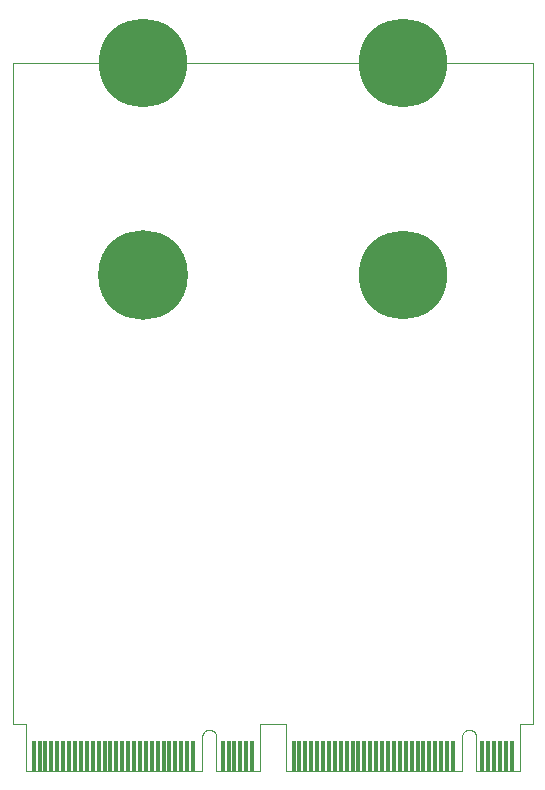
<source format=gtl>
G75*
%MOIN*%
%OFA0B0*%
%FSLAX25Y25*%
%IPPOS*%
%LPD*%
%AMOC8*
5,1,8,0,0,1.08239X$1,22.5*
%
%ADD10C,0.00000*%
%ADD11R,0.01378X0.09843*%
%ADD12C,0.29528*%
%ADD13C,0.29921*%
D10*
X0005706Y0001400D02*
X0005706Y0017148D01*
X0001474Y0017148D01*
X0001474Y0237620D01*
X0037891Y0237620D01*
X0037893Y0237452D01*
X0037899Y0237285D01*
X0037909Y0237117D01*
X0037924Y0236950D01*
X0037942Y0236783D01*
X0037964Y0236617D01*
X0037991Y0236451D01*
X0038021Y0236286D01*
X0038056Y0236122D01*
X0038094Y0235959D01*
X0038137Y0235796D01*
X0038183Y0235635D01*
X0038233Y0235475D01*
X0038288Y0235316D01*
X0038346Y0235159D01*
X0038407Y0235003D01*
X0038473Y0234848D01*
X0038542Y0234695D01*
X0038616Y0234544D01*
X0038692Y0234395D01*
X0038773Y0234248D01*
X0038856Y0234103D01*
X0038944Y0233959D01*
X0039035Y0233818D01*
X0039129Y0233680D01*
X0039227Y0233543D01*
X0039328Y0233409D01*
X0039432Y0233277D01*
X0039539Y0233148D01*
X0039650Y0233022D01*
X0039763Y0232899D01*
X0039879Y0232778D01*
X0039999Y0232660D01*
X0040121Y0232545D01*
X0040246Y0232433D01*
X0040374Y0232324D01*
X0040504Y0232218D01*
X0040637Y0232116D01*
X0040772Y0232016D01*
X0040910Y0231920D01*
X0041050Y0231828D01*
X0041192Y0231739D01*
X0041336Y0231653D01*
X0041482Y0231571D01*
X0041631Y0231492D01*
X0041781Y0231418D01*
X0041933Y0231346D01*
X0042086Y0231279D01*
X0042242Y0231215D01*
X0042398Y0231155D01*
X0042556Y0231099D01*
X0042716Y0231047D01*
X0042876Y0230998D01*
X0043038Y0230954D01*
X0043201Y0230914D01*
X0043365Y0230877D01*
X0043530Y0230845D01*
X0043695Y0230816D01*
X0043861Y0230792D01*
X0044027Y0230771D01*
X0044194Y0230755D01*
X0044362Y0230743D01*
X0044529Y0230735D01*
X0044697Y0230731D01*
X0044865Y0230731D01*
X0045033Y0230735D01*
X0045200Y0230743D01*
X0045368Y0230755D01*
X0045535Y0230771D01*
X0045701Y0230792D01*
X0045867Y0230816D01*
X0046032Y0230845D01*
X0046197Y0230877D01*
X0046361Y0230914D01*
X0046524Y0230954D01*
X0046686Y0230998D01*
X0046846Y0231047D01*
X0047006Y0231099D01*
X0047164Y0231155D01*
X0047320Y0231215D01*
X0047476Y0231279D01*
X0047629Y0231346D01*
X0047781Y0231418D01*
X0047931Y0231492D01*
X0048080Y0231571D01*
X0048226Y0231653D01*
X0048370Y0231739D01*
X0048512Y0231828D01*
X0048652Y0231920D01*
X0048790Y0232016D01*
X0048925Y0232116D01*
X0049058Y0232218D01*
X0049188Y0232324D01*
X0049316Y0232433D01*
X0049441Y0232545D01*
X0049563Y0232660D01*
X0049683Y0232778D01*
X0049799Y0232899D01*
X0049912Y0233022D01*
X0050023Y0233148D01*
X0050130Y0233277D01*
X0050234Y0233409D01*
X0050335Y0233543D01*
X0050433Y0233680D01*
X0050527Y0233818D01*
X0050618Y0233959D01*
X0050706Y0234103D01*
X0050789Y0234248D01*
X0050870Y0234395D01*
X0050946Y0234544D01*
X0051020Y0234695D01*
X0051089Y0234848D01*
X0051155Y0235003D01*
X0051216Y0235159D01*
X0051274Y0235316D01*
X0051329Y0235475D01*
X0051379Y0235635D01*
X0051425Y0235796D01*
X0051468Y0235959D01*
X0051506Y0236122D01*
X0051541Y0236286D01*
X0051571Y0236451D01*
X0051598Y0236617D01*
X0051620Y0236783D01*
X0051638Y0236950D01*
X0051653Y0237117D01*
X0051663Y0237285D01*
X0051669Y0237452D01*
X0051671Y0237620D01*
X0124505Y0237620D01*
X0124507Y0237452D01*
X0124513Y0237285D01*
X0124523Y0237117D01*
X0124538Y0236950D01*
X0124556Y0236783D01*
X0124578Y0236617D01*
X0124605Y0236451D01*
X0124635Y0236286D01*
X0124670Y0236122D01*
X0124708Y0235959D01*
X0124751Y0235796D01*
X0124797Y0235635D01*
X0124847Y0235475D01*
X0124902Y0235316D01*
X0124960Y0235159D01*
X0125021Y0235003D01*
X0125087Y0234848D01*
X0125156Y0234695D01*
X0125230Y0234544D01*
X0125306Y0234395D01*
X0125387Y0234248D01*
X0125470Y0234103D01*
X0125558Y0233959D01*
X0125649Y0233818D01*
X0125743Y0233680D01*
X0125841Y0233543D01*
X0125942Y0233409D01*
X0126046Y0233277D01*
X0126153Y0233148D01*
X0126264Y0233022D01*
X0126377Y0232899D01*
X0126493Y0232778D01*
X0126613Y0232660D01*
X0126735Y0232545D01*
X0126860Y0232433D01*
X0126988Y0232324D01*
X0127118Y0232218D01*
X0127251Y0232116D01*
X0127386Y0232016D01*
X0127524Y0231920D01*
X0127664Y0231828D01*
X0127806Y0231739D01*
X0127950Y0231653D01*
X0128096Y0231571D01*
X0128245Y0231492D01*
X0128395Y0231418D01*
X0128547Y0231346D01*
X0128700Y0231279D01*
X0128856Y0231215D01*
X0129012Y0231155D01*
X0129170Y0231099D01*
X0129330Y0231047D01*
X0129490Y0230998D01*
X0129652Y0230954D01*
X0129815Y0230914D01*
X0129979Y0230877D01*
X0130144Y0230845D01*
X0130309Y0230816D01*
X0130475Y0230792D01*
X0130641Y0230771D01*
X0130808Y0230755D01*
X0130976Y0230743D01*
X0131143Y0230735D01*
X0131311Y0230731D01*
X0131479Y0230731D01*
X0131647Y0230735D01*
X0131814Y0230743D01*
X0131982Y0230755D01*
X0132149Y0230771D01*
X0132315Y0230792D01*
X0132481Y0230816D01*
X0132646Y0230845D01*
X0132811Y0230877D01*
X0132975Y0230914D01*
X0133138Y0230954D01*
X0133300Y0230998D01*
X0133460Y0231047D01*
X0133620Y0231099D01*
X0133778Y0231155D01*
X0133934Y0231215D01*
X0134090Y0231279D01*
X0134243Y0231346D01*
X0134395Y0231418D01*
X0134545Y0231492D01*
X0134694Y0231571D01*
X0134840Y0231653D01*
X0134984Y0231739D01*
X0135126Y0231828D01*
X0135266Y0231920D01*
X0135404Y0232016D01*
X0135539Y0232116D01*
X0135672Y0232218D01*
X0135802Y0232324D01*
X0135930Y0232433D01*
X0136055Y0232545D01*
X0136177Y0232660D01*
X0136297Y0232778D01*
X0136413Y0232899D01*
X0136526Y0233022D01*
X0136637Y0233148D01*
X0136744Y0233277D01*
X0136848Y0233409D01*
X0136949Y0233543D01*
X0137047Y0233680D01*
X0137141Y0233818D01*
X0137232Y0233959D01*
X0137320Y0234103D01*
X0137403Y0234248D01*
X0137484Y0234395D01*
X0137560Y0234544D01*
X0137634Y0234695D01*
X0137703Y0234848D01*
X0137769Y0235003D01*
X0137830Y0235159D01*
X0137888Y0235316D01*
X0137943Y0235475D01*
X0137993Y0235635D01*
X0138039Y0235796D01*
X0138082Y0235959D01*
X0138120Y0236122D01*
X0138155Y0236286D01*
X0138185Y0236451D01*
X0138212Y0236617D01*
X0138234Y0236783D01*
X0138252Y0236950D01*
X0138267Y0237117D01*
X0138277Y0237285D01*
X0138283Y0237452D01*
X0138285Y0237620D01*
X0174702Y0237620D01*
X0174702Y0017148D01*
X0170470Y0017148D01*
X0170470Y0001400D01*
X0155903Y0001400D01*
X0155903Y0012817D01*
X0155902Y0012817D02*
X0155899Y0012914D01*
X0155891Y0013011D01*
X0155879Y0013108D01*
X0155863Y0013203D01*
X0155844Y0013299D01*
X0155821Y0013393D01*
X0155794Y0013486D01*
X0155763Y0013578D01*
X0155728Y0013669D01*
X0155690Y0013759D01*
X0155649Y0013846D01*
X0155603Y0013932D01*
X0155555Y0014016D01*
X0155503Y0014098D01*
X0155448Y0014178D01*
X0155389Y0014256D01*
X0155328Y0014331D01*
X0155263Y0014404D01*
X0155196Y0014474D01*
X0155126Y0014541D01*
X0155053Y0014606D01*
X0154978Y0014667D01*
X0154900Y0014725D01*
X0154820Y0014781D01*
X0154738Y0014832D01*
X0154654Y0014881D01*
X0154568Y0014926D01*
X0154480Y0014968D01*
X0154391Y0015006D01*
X0154300Y0015040D01*
X0154208Y0015071D01*
X0154115Y0015098D01*
X0154020Y0015121D01*
X0153925Y0015141D01*
X0153829Y0015156D01*
X0153733Y0015168D01*
X0153636Y0015176D01*
X0153539Y0015180D01*
X0153442Y0015179D01*
X0153442Y0015180D02*
X0153349Y0015177D01*
X0153256Y0015169D01*
X0153163Y0015158D01*
X0153071Y0015143D01*
X0152980Y0015124D01*
X0152890Y0015101D01*
X0152800Y0015075D01*
X0152712Y0015046D01*
X0152625Y0015013D01*
X0152539Y0014976D01*
X0152455Y0014936D01*
X0152372Y0014893D01*
X0152292Y0014846D01*
X0152213Y0014796D01*
X0152136Y0014743D01*
X0152062Y0014687D01*
X0151990Y0014628D01*
X0151920Y0014566D01*
X0151853Y0014501D01*
X0151788Y0014434D01*
X0151727Y0014364D01*
X0151668Y0014292D01*
X0151612Y0014217D01*
X0151559Y0014141D01*
X0151509Y0014062D01*
X0151463Y0013981D01*
X0151420Y0013899D01*
X0151380Y0013814D01*
X0151343Y0013729D01*
X0151310Y0013641D01*
X0151281Y0013553D01*
X0151255Y0013463D01*
X0151233Y0013373D01*
X0151214Y0013282D01*
X0151200Y0013190D01*
X0151188Y0013097D01*
X0151181Y0013004D01*
X0151177Y0012911D01*
X0151178Y0012818D01*
X0151178Y0012817D02*
X0151178Y0001400D01*
X0092320Y0001400D01*
X0092320Y0017148D01*
X0083856Y0017148D01*
X0083856Y0001400D01*
X0069289Y0001400D01*
X0069289Y0012817D01*
X0069288Y0012817D02*
X0069285Y0012914D01*
X0069277Y0013011D01*
X0069265Y0013108D01*
X0069249Y0013203D01*
X0069230Y0013299D01*
X0069207Y0013393D01*
X0069180Y0013486D01*
X0069149Y0013578D01*
X0069114Y0013669D01*
X0069076Y0013759D01*
X0069035Y0013846D01*
X0068989Y0013932D01*
X0068941Y0014016D01*
X0068889Y0014098D01*
X0068834Y0014178D01*
X0068775Y0014256D01*
X0068714Y0014331D01*
X0068649Y0014404D01*
X0068582Y0014474D01*
X0068512Y0014541D01*
X0068439Y0014606D01*
X0068364Y0014667D01*
X0068286Y0014725D01*
X0068206Y0014781D01*
X0068124Y0014832D01*
X0068040Y0014881D01*
X0067954Y0014926D01*
X0067866Y0014968D01*
X0067777Y0015006D01*
X0067686Y0015040D01*
X0067594Y0015071D01*
X0067501Y0015098D01*
X0067406Y0015121D01*
X0067311Y0015141D01*
X0067215Y0015156D01*
X0067119Y0015168D01*
X0067022Y0015176D01*
X0066925Y0015180D01*
X0066828Y0015179D01*
X0066828Y0015180D02*
X0066735Y0015177D01*
X0066642Y0015169D01*
X0066549Y0015158D01*
X0066457Y0015143D01*
X0066366Y0015124D01*
X0066276Y0015101D01*
X0066186Y0015075D01*
X0066098Y0015046D01*
X0066011Y0015013D01*
X0065925Y0014976D01*
X0065841Y0014936D01*
X0065758Y0014893D01*
X0065678Y0014846D01*
X0065599Y0014796D01*
X0065522Y0014743D01*
X0065448Y0014687D01*
X0065376Y0014628D01*
X0065306Y0014566D01*
X0065239Y0014501D01*
X0065174Y0014434D01*
X0065113Y0014364D01*
X0065054Y0014292D01*
X0064998Y0014217D01*
X0064945Y0014141D01*
X0064895Y0014062D01*
X0064849Y0013981D01*
X0064806Y0013899D01*
X0064766Y0013814D01*
X0064729Y0013729D01*
X0064696Y0013641D01*
X0064667Y0013553D01*
X0064641Y0013463D01*
X0064619Y0013373D01*
X0064600Y0013282D01*
X0064586Y0013190D01*
X0064574Y0013097D01*
X0064567Y0013004D01*
X0064563Y0012911D01*
X0064564Y0012818D01*
X0064564Y0012817D02*
X0064564Y0001400D01*
X0005706Y0001400D01*
X0037891Y0237620D02*
X0037893Y0237452D01*
X0037899Y0237285D01*
X0037909Y0237117D01*
X0037924Y0236950D01*
X0037942Y0236783D01*
X0037964Y0236617D01*
X0037991Y0236451D01*
X0038021Y0236286D01*
X0038056Y0236122D01*
X0038094Y0235959D01*
X0038137Y0235796D01*
X0038183Y0235635D01*
X0038233Y0235475D01*
X0038288Y0235316D01*
X0038346Y0235159D01*
X0038407Y0235003D01*
X0038473Y0234848D01*
X0038542Y0234695D01*
X0038616Y0234544D01*
X0038692Y0234395D01*
X0038773Y0234248D01*
X0038856Y0234103D01*
X0038944Y0233959D01*
X0039035Y0233818D01*
X0039129Y0233680D01*
X0039227Y0233543D01*
X0039328Y0233409D01*
X0039432Y0233277D01*
X0039539Y0233148D01*
X0039650Y0233022D01*
X0039763Y0232899D01*
X0039879Y0232778D01*
X0039999Y0232660D01*
X0040121Y0232545D01*
X0040246Y0232433D01*
X0040374Y0232324D01*
X0040504Y0232218D01*
X0040637Y0232116D01*
X0040772Y0232016D01*
X0040910Y0231920D01*
X0041050Y0231828D01*
X0041192Y0231739D01*
X0041336Y0231653D01*
X0041482Y0231571D01*
X0041631Y0231492D01*
X0041781Y0231418D01*
X0041933Y0231346D01*
X0042086Y0231279D01*
X0042242Y0231215D01*
X0042398Y0231155D01*
X0042556Y0231099D01*
X0042716Y0231047D01*
X0042876Y0230998D01*
X0043038Y0230954D01*
X0043201Y0230914D01*
X0043365Y0230877D01*
X0043530Y0230845D01*
X0043695Y0230816D01*
X0043861Y0230792D01*
X0044027Y0230771D01*
X0044194Y0230755D01*
X0044362Y0230743D01*
X0044529Y0230735D01*
X0044697Y0230731D01*
X0044865Y0230731D01*
X0045033Y0230735D01*
X0045200Y0230743D01*
X0045368Y0230755D01*
X0045535Y0230771D01*
X0045701Y0230792D01*
X0045867Y0230816D01*
X0046032Y0230845D01*
X0046197Y0230877D01*
X0046361Y0230914D01*
X0046524Y0230954D01*
X0046686Y0230998D01*
X0046846Y0231047D01*
X0047006Y0231099D01*
X0047164Y0231155D01*
X0047320Y0231215D01*
X0047476Y0231279D01*
X0047629Y0231346D01*
X0047781Y0231418D01*
X0047931Y0231492D01*
X0048080Y0231571D01*
X0048226Y0231653D01*
X0048370Y0231739D01*
X0048512Y0231828D01*
X0048652Y0231920D01*
X0048790Y0232016D01*
X0048925Y0232116D01*
X0049058Y0232218D01*
X0049188Y0232324D01*
X0049316Y0232433D01*
X0049441Y0232545D01*
X0049563Y0232660D01*
X0049683Y0232778D01*
X0049799Y0232899D01*
X0049912Y0233022D01*
X0050023Y0233148D01*
X0050130Y0233277D01*
X0050234Y0233409D01*
X0050335Y0233543D01*
X0050433Y0233680D01*
X0050527Y0233818D01*
X0050618Y0233959D01*
X0050706Y0234103D01*
X0050789Y0234248D01*
X0050870Y0234395D01*
X0050946Y0234544D01*
X0051020Y0234695D01*
X0051089Y0234848D01*
X0051155Y0235003D01*
X0051216Y0235159D01*
X0051274Y0235316D01*
X0051329Y0235475D01*
X0051379Y0235635D01*
X0051425Y0235796D01*
X0051468Y0235959D01*
X0051506Y0236122D01*
X0051541Y0236286D01*
X0051571Y0236451D01*
X0051598Y0236617D01*
X0051620Y0236783D01*
X0051638Y0236950D01*
X0051653Y0237117D01*
X0051663Y0237285D01*
X0051669Y0237452D01*
X0051671Y0237620D01*
X0124505Y0237620D02*
X0124507Y0237452D01*
X0124513Y0237285D01*
X0124523Y0237117D01*
X0124538Y0236950D01*
X0124556Y0236783D01*
X0124578Y0236617D01*
X0124605Y0236451D01*
X0124635Y0236286D01*
X0124670Y0236122D01*
X0124708Y0235959D01*
X0124751Y0235796D01*
X0124797Y0235635D01*
X0124847Y0235475D01*
X0124902Y0235316D01*
X0124960Y0235159D01*
X0125021Y0235003D01*
X0125087Y0234848D01*
X0125156Y0234695D01*
X0125230Y0234544D01*
X0125306Y0234395D01*
X0125387Y0234248D01*
X0125470Y0234103D01*
X0125558Y0233959D01*
X0125649Y0233818D01*
X0125743Y0233680D01*
X0125841Y0233543D01*
X0125942Y0233409D01*
X0126046Y0233277D01*
X0126153Y0233148D01*
X0126264Y0233022D01*
X0126377Y0232899D01*
X0126493Y0232778D01*
X0126613Y0232660D01*
X0126735Y0232545D01*
X0126860Y0232433D01*
X0126988Y0232324D01*
X0127118Y0232218D01*
X0127251Y0232116D01*
X0127386Y0232016D01*
X0127524Y0231920D01*
X0127664Y0231828D01*
X0127806Y0231739D01*
X0127950Y0231653D01*
X0128096Y0231571D01*
X0128245Y0231492D01*
X0128395Y0231418D01*
X0128547Y0231346D01*
X0128700Y0231279D01*
X0128856Y0231215D01*
X0129012Y0231155D01*
X0129170Y0231099D01*
X0129330Y0231047D01*
X0129490Y0230998D01*
X0129652Y0230954D01*
X0129815Y0230914D01*
X0129979Y0230877D01*
X0130144Y0230845D01*
X0130309Y0230816D01*
X0130475Y0230792D01*
X0130641Y0230771D01*
X0130808Y0230755D01*
X0130976Y0230743D01*
X0131143Y0230735D01*
X0131311Y0230731D01*
X0131479Y0230731D01*
X0131647Y0230735D01*
X0131814Y0230743D01*
X0131982Y0230755D01*
X0132149Y0230771D01*
X0132315Y0230792D01*
X0132481Y0230816D01*
X0132646Y0230845D01*
X0132811Y0230877D01*
X0132975Y0230914D01*
X0133138Y0230954D01*
X0133300Y0230998D01*
X0133460Y0231047D01*
X0133620Y0231099D01*
X0133778Y0231155D01*
X0133934Y0231215D01*
X0134090Y0231279D01*
X0134243Y0231346D01*
X0134395Y0231418D01*
X0134545Y0231492D01*
X0134694Y0231571D01*
X0134840Y0231653D01*
X0134984Y0231739D01*
X0135126Y0231828D01*
X0135266Y0231920D01*
X0135404Y0232016D01*
X0135539Y0232116D01*
X0135672Y0232218D01*
X0135802Y0232324D01*
X0135930Y0232433D01*
X0136055Y0232545D01*
X0136177Y0232660D01*
X0136297Y0232778D01*
X0136413Y0232899D01*
X0136526Y0233022D01*
X0136637Y0233148D01*
X0136744Y0233277D01*
X0136848Y0233409D01*
X0136949Y0233543D01*
X0137047Y0233680D01*
X0137141Y0233818D01*
X0137232Y0233959D01*
X0137320Y0234103D01*
X0137403Y0234248D01*
X0137484Y0234395D01*
X0137560Y0234544D01*
X0137634Y0234695D01*
X0137703Y0234848D01*
X0137769Y0235003D01*
X0137830Y0235159D01*
X0137888Y0235316D01*
X0137943Y0235475D01*
X0137993Y0235635D01*
X0138039Y0235796D01*
X0138082Y0235959D01*
X0138120Y0236122D01*
X0138155Y0236286D01*
X0138185Y0236451D01*
X0138212Y0236617D01*
X0138234Y0236783D01*
X0138252Y0236950D01*
X0138267Y0237117D01*
X0138277Y0237285D01*
X0138283Y0237452D01*
X0138285Y0237620D01*
D11*
X0138285Y0006321D03*
X0140253Y0006321D03*
X0142222Y0006321D03*
X0144190Y0006321D03*
X0146159Y0006321D03*
X0148127Y0006321D03*
X0157970Y0006321D03*
X0159938Y0006321D03*
X0161907Y0006321D03*
X0163875Y0006321D03*
X0165844Y0006321D03*
X0167812Y0006321D03*
X0136316Y0006321D03*
X0134348Y0006321D03*
X0132379Y0006321D03*
X0130411Y0006321D03*
X0128442Y0006321D03*
X0126474Y0006321D03*
X0124505Y0006321D03*
X0122537Y0006321D03*
X0120568Y0006321D03*
X0118600Y0006321D03*
X0116631Y0006321D03*
X0114663Y0006321D03*
X0112694Y0006321D03*
X0110726Y0006321D03*
X0108757Y0006321D03*
X0106789Y0006321D03*
X0104820Y0006321D03*
X0102852Y0006321D03*
X0100883Y0006321D03*
X0098915Y0006321D03*
X0096946Y0006321D03*
X0094978Y0006321D03*
X0081198Y0006321D03*
X0079230Y0006321D03*
X0077261Y0006321D03*
X0075293Y0006321D03*
X0073324Y0006321D03*
X0071356Y0006321D03*
X0061513Y0006321D03*
X0059545Y0006321D03*
X0057576Y0006321D03*
X0055608Y0006321D03*
X0053639Y0006321D03*
X0051671Y0006321D03*
X0049702Y0006321D03*
X0047734Y0006321D03*
X0045765Y0006321D03*
X0043797Y0006321D03*
X0041828Y0006321D03*
X0039860Y0006321D03*
X0037891Y0006321D03*
X0035923Y0006321D03*
X0033954Y0006321D03*
X0031986Y0006321D03*
X0030017Y0006321D03*
X0028048Y0006321D03*
X0026080Y0006321D03*
X0024111Y0006321D03*
X0022143Y0006321D03*
X0020174Y0006321D03*
X0018206Y0006321D03*
X0016237Y0006321D03*
X0014269Y0006321D03*
X0012300Y0006321D03*
X0010332Y0006321D03*
X0008363Y0006321D03*
D12*
X0131395Y0166754D03*
X0131395Y0237620D03*
X0044781Y0237620D03*
D13*
X0044781Y0166754D03*
M02*

</source>
